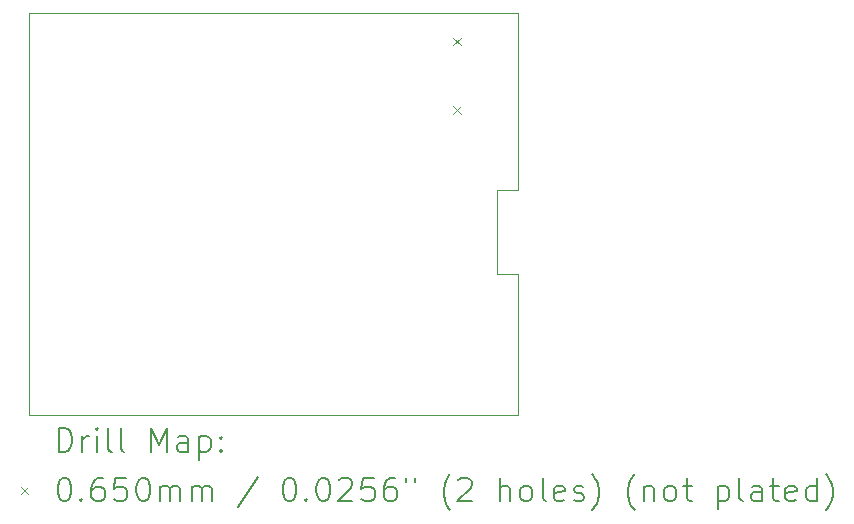
<source format=gbr>
%FSLAX45Y45*%
G04 Gerber Fmt 4.5, Leading zero omitted, Abs format (unit mm)*
G04 Created by KiCad (PCBNEW (6.0.2)) date 2022-03-07 06:31:46*
%MOMM*%
%LPD*%
G01*
G04 APERTURE LIST*
%TA.AperFunction,Profile*%
%ADD10C,0.050000*%
%TD*%
%ADD11C,0.200000*%
%ADD12C,0.065000*%
G04 APERTURE END LIST*
D10*
X9702800Y-4490500D02*
X9525000Y-4490500D01*
X9525000Y-4490500D02*
X9525000Y-5201700D01*
X9525000Y-5201700D02*
X9702800Y-5201700D01*
X9702800Y-5201700D02*
X9702800Y-6395500D01*
X9702800Y-6395500D02*
X5562600Y-6395500D01*
X5562600Y-6395500D02*
X5562600Y-2991900D01*
X5562600Y-2991900D02*
X6731000Y-2991900D01*
X6731000Y-2991900D02*
X8077200Y-2991900D01*
X8077200Y-2991900D02*
X9702800Y-2991900D01*
X9702800Y-2991900D02*
X9702800Y-4490500D01*
D11*
D12*
X9155800Y-3203799D02*
X9220800Y-3268799D01*
X9220800Y-3203799D02*
X9155800Y-3268799D01*
X9155800Y-3781799D02*
X9220800Y-3846799D01*
X9220800Y-3781799D02*
X9155800Y-3846799D01*
D11*
X5817719Y-6708476D02*
X5817719Y-6508476D01*
X5865338Y-6508476D01*
X5893909Y-6518000D01*
X5912957Y-6537048D01*
X5922481Y-6556095D01*
X5932005Y-6594190D01*
X5932005Y-6622762D01*
X5922481Y-6660857D01*
X5912957Y-6679905D01*
X5893909Y-6698952D01*
X5865338Y-6708476D01*
X5817719Y-6708476D01*
X6017719Y-6708476D02*
X6017719Y-6575143D01*
X6017719Y-6613238D02*
X6027243Y-6594190D01*
X6036767Y-6584667D01*
X6055814Y-6575143D01*
X6074862Y-6575143D01*
X6141528Y-6708476D02*
X6141528Y-6575143D01*
X6141528Y-6508476D02*
X6132005Y-6518000D01*
X6141528Y-6527524D01*
X6151052Y-6518000D01*
X6141528Y-6508476D01*
X6141528Y-6527524D01*
X6265338Y-6708476D02*
X6246290Y-6698952D01*
X6236767Y-6679905D01*
X6236767Y-6508476D01*
X6370100Y-6708476D02*
X6351052Y-6698952D01*
X6341528Y-6679905D01*
X6341528Y-6508476D01*
X6598671Y-6708476D02*
X6598671Y-6508476D01*
X6665338Y-6651333D01*
X6732005Y-6508476D01*
X6732005Y-6708476D01*
X6912957Y-6708476D02*
X6912957Y-6603714D01*
X6903433Y-6584667D01*
X6884386Y-6575143D01*
X6846290Y-6575143D01*
X6827243Y-6584667D01*
X6912957Y-6698952D02*
X6893909Y-6708476D01*
X6846290Y-6708476D01*
X6827243Y-6698952D01*
X6817719Y-6679905D01*
X6817719Y-6660857D01*
X6827243Y-6641809D01*
X6846290Y-6632286D01*
X6893909Y-6632286D01*
X6912957Y-6622762D01*
X7008195Y-6575143D02*
X7008195Y-6775143D01*
X7008195Y-6584667D02*
X7027243Y-6575143D01*
X7065338Y-6575143D01*
X7084386Y-6584667D01*
X7093909Y-6594190D01*
X7103433Y-6613238D01*
X7103433Y-6670381D01*
X7093909Y-6689428D01*
X7084386Y-6698952D01*
X7065338Y-6708476D01*
X7027243Y-6708476D01*
X7008195Y-6698952D01*
X7189148Y-6689428D02*
X7198671Y-6698952D01*
X7189148Y-6708476D01*
X7179624Y-6698952D01*
X7189148Y-6689428D01*
X7189148Y-6708476D01*
X7189148Y-6584667D02*
X7198671Y-6594190D01*
X7189148Y-6603714D01*
X7179624Y-6594190D01*
X7189148Y-6584667D01*
X7189148Y-6603714D01*
D12*
X5495100Y-7005500D02*
X5560100Y-7070500D01*
X5560100Y-7005500D02*
X5495100Y-7070500D01*
D11*
X5855814Y-6928476D02*
X5874862Y-6928476D01*
X5893909Y-6938000D01*
X5903433Y-6947524D01*
X5912957Y-6966571D01*
X5922481Y-7004667D01*
X5922481Y-7052286D01*
X5912957Y-7090381D01*
X5903433Y-7109428D01*
X5893909Y-7118952D01*
X5874862Y-7128476D01*
X5855814Y-7128476D01*
X5836767Y-7118952D01*
X5827243Y-7109428D01*
X5817719Y-7090381D01*
X5808195Y-7052286D01*
X5808195Y-7004667D01*
X5817719Y-6966571D01*
X5827243Y-6947524D01*
X5836767Y-6938000D01*
X5855814Y-6928476D01*
X6008195Y-7109428D02*
X6017719Y-7118952D01*
X6008195Y-7128476D01*
X5998671Y-7118952D01*
X6008195Y-7109428D01*
X6008195Y-7128476D01*
X6189148Y-6928476D02*
X6151052Y-6928476D01*
X6132005Y-6938000D01*
X6122481Y-6947524D01*
X6103433Y-6976095D01*
X6093909Y-7014190D01*
X6093909Y-7090381D01*
X6103433Y-7109428D01*
X6112957Y-7118952D01*
X6132005Y-7128476D01*
X6170100Y-7128476D01*
X6189148Y-7118952D01*
X6198671Y-7109428D01*
X6208195Y-7090381D01*
X6208195Y-7042762D01*
X6198671Y-7023714D01*
X6189148Y-7014190D01*
X6170100Y-7004667D01*
X6132005Y-7004667D01*
X6112957Y-7014190D01*
X6103433Y-7023714D01*
X6093909Y-7042762D01*
X6389148Y-6928476D02*
X6293909Y-6928476D01*
X6284386Y-7023714D01*
X6293909Y-7014190D01*
X6312957Y-7004667D01*
X6360576Y-7004667D01*
X6379624Y-7014190D01*
X6389148Y-7023714D01*
X6398671Y-7042762D01*
X6398671Y-7090381D01*
X6389148Y-7109428D01*
X6379624Y-7118952D01*
X6360576Y-7128476D01*
X6312957Y-7128476D01*
X6293909Y-7118952D01*
X6284386Y-7109428D01*
X6522481Y-6928476D02*
X6541528Y-6928476D01*
X6560576Y-6938000D01*
X6570100Y-6947524D01*
X6579624Y-6966571D01*
X6589148Y-7004667D01*
X6589148Y-7052286D01*
X6579624Y-7090381D01*
X6570100Y-7109428D01*
X6560576Y-7118952D01*
X6541528Y-7128476D01*
X6522481Y-7128476D01*
X6503433Y-7118952D01*
X6493909Y-7109428D01*
X6484386Y-7090381D01*
X6474862Y-7052286D01*
X6474862Y-7004667D01*
X6484386Y-6966571D01*
X6493909Y-6947524D01*
X6503433Y-6938000D01*
X6522481Y-6928476D01*
X6674862Y-7128476D02*
X6674862Y-6995143D01*
X6674862Y-7014190D02*
X6684386Y-7004667D01*
X6703433Y-6995143D01*
X6732005Y-6995143D01*
X6751052Y-7004667D01*
X6760576Y-7023714D01*
X6760576Y-7128476D01*
X6760576Y-7023714D02*
X6770100Y-7004667D01*
X6789148Y-6995143D01*
X6817719Y-6995143D01*
X6836767Y-7004667D01*
X6846290Y-7023714D01*
X6846290Y-7128476D01*
X6941528Y-7128476D02*
X6941528Y-6995143D01*
X6941528Y-7014190D02*
X6951052Y-7004667D01*
X6970100Y-6995143D01*
X6998671Y-6995143D01*
X7017719Y-7004667D01*
X7027243Y-7023714D01*
X7027243Y-7128476D01*
X7027243Y-7023714D02*
X7036767Y-7004667D01*
X7055814Y-6995143D01*
X7084386Y-6995143D01*
X7103433Y-7004667D01*
X7112957Y-7023714D01*
X7112957Y-7128476D01*
X7503433Y-6918952D02*
X7332005Y-7176095D01*
X7760576Y-6928476D02*
X7779624Y-6928476D01*
X7798671Y-6938000D01*
X7808195Y-6947524D01*
X7817719Y-6966571D01*
X7827243Y-7004667D01*
X7827243Y-7052286D01*
X7817719Y-7090381D01*
X7808195Y-7109428D01*
X7798671Y-7118952D01*
X7779624Y-7128476D01*
X7760576Y-7128476D01*
X7741528Y-7118952D01*
X7732005Y-7109428D01*
X7722481Y-7090381D01*
X7712957Y-7052286D01*
X7712957Y-7004667D01*
X7722481Y-6966571D01*
X7732005Y-6947524D01*
X7741528Y-6938000D01*
X7760576Y-6928476D01*
X7912957Y-7109428D02*
X7922481Y-7118952D01*
X7912957Y-7128476D01*
X7903433Y-7118952D01*
X7912957Y-7109428D01*
X7912957Y-7128476D01*
X8046290Y-6928476D02*
X8065338Y-6928476D01*
X8084386Y-6938000D01*
X8093909Y-6947524D01*
X8103433Y-6966571D01*
X8112957Y-7004667D01*
X8112957Y-7052286D01*
X8103433Y-7090381D01*
X8093909Y-7109428D01*
X8084386Y-7118952D01*
X8065338Y-7128476D01*
X8046290Y-7128476D01*
X8027243Y-7118952D01*
X8017719Y-7109428D01*
X8008195Y-7090381D01*
X7998671Y-7052286D01*
X7998671Y-7004667D01*
X8008195Y-6966571D01*
X8017719Y-6947524D01*
X8027243Y-6938000D01*
X8046290Y-6928476D01*
X8189148Y-6947524D02*
X8198671Y-6938000D01*
X8217719Y-6928476D01*
X8265338Y-6928476D01*
X8284386Y-6938000D01*
X8293909Y-6947524D01*
X8303433Y-6966571D01*
X8303433Y-6985619D01*
X8293909Y-7014190D01*
X8179624Y-7128476D01*
X8303433Y-7128476D01*
X8484386Y-6928476D02*
X8389148Y-6928476D01*
X8379624Y-7023714D01*
X8389148Y-7014190D01*
X8408195Y-7004667D01*
X8455814Y-7004667D01*
X8474862Y-7014190D01*
X8484386Y-7023714D01*
X8493910Y-7042762D01*
X8493910Y-7090381D01*
X8484386Y-7109428D01*
X8474862Y-7118952D01*
X8455814Y-7128476D01*
X8408195Y-7128476D01*
X8389148Y-7118952D01*
X8379624Y-7109428D01*
X8665338Y-6928476D02*
X8627243Y-6928476D01*
X8608195Y-6938000D01*
X8598671Y-6947524D01*
X8579624Y-6976095D01*
X8570100Y-7014190D01*
X8570100Y-7090381D01*
X8579624Y-7109428D01*
X8589148Y-7118952D01*
X8608195Y-7128476D01*
X8646290Y-7128476D01*
X8665338Y-7118952D01*
X8674862Y-7109428D01*
X8684386Y-7090381D01*
X8684386Y-7042762D01*
X8674862Y-7023714D01*
X8665338Y-7014190D01*
X8646290Y-7004667D01*
X8608195Y-7004667D01*
X8589148Y-7014190D01*
X8579624Y-7023714D01*
X8570100Y-7042762D01*
X8760576Y-6928476D02*
X8760576Y-6966571D01*
X8836767Y-6928476D02*
X8836767Y-6966571D01*
X9132005Y-7204667D02*
X9122481Y-7195143D01*
X9103433Y-7166571D01*
X9093910Y-7147524D01*
X9084386Y-7118952D01*
X9074862Y-7071333D01*
X9074862Y-7033238D01*
X9084386Y-6985619D01*
X9093910Y-6957048D01*
X9103433Y-6938000D01*
X9122481Y-6909428D01*
X9132005Y-6899905D01*
X9198671Y-6947524D02*
X9208195Y-6938000D01*
X9227243Y-6928476D01*
X9274862Y-6928476D01*
X9293910Y-6938000D01*
X9303433Y-6947524D01*
X9312957Y-6966571D01*
X9312957Y-6985619D01*
X9303433Y-7014190D01*
X9189148Y-7128476D01*
X9312957Y-7128476D01*
X9551052Y-7128476D02*
X9551052Y-6928476D01*
X9636767Y-7128476D02*
X9636767Y-7023714D01*
X9627243Y-7004667D01*
X9608195Y-6995143D01*
X9579624Y-6995143D01*
X9560576Y-7004667D01*
X9551052Y-7014190D01*
X9760576Y-7128476D02*
X9741529Y-7118952D01*
X9732005Y-7109428D01*
X9722481Y-7090381D01*
X9722481Y-7033238D01*
X9732005Y-7014190D01*
X9741529Y-7004667D01*
X9760576Y-6995143D01*
X9789148Y-6995143D01*
X9808195Y-7004667D01*
X9817719Y-7014190D01*
X9827243Y-7033238D01*
X9827243Y-7090381D01*
X9817719Y-7109428D01*
X9808195Y-7118952D01*
X9789148Y-7128476D01*
X9760576Y-7128476D01*
X9941529Y-7128476D02*
X9922481Y-7118952D01*
X9912957Y-7099905D01*
X9912957Y-6928476D01*
X10093910Y-7118952D02*
X10074862Y-7128476D01*
X10036767Y-7128476D01*
X10017719Y-7118952D01*
X10008195Y-7099905D01*
X10008195Y-7023714D01*
X10017719Y-7004667D01*
X10036767Y-6995143D01*
X10074862Y-6995143D01*
X10093910Y-7004667D01*
X10103433Y-7023714D01*
X10103433Y-7042762D01*
X10008195Y-7061809D01*
X10179624Y-7118952D02*
X10198671Y-7128476D01*
X10236767Y-7128476D01*
X10255814Y-7118952D01*
X10265338Y-7099905D01*
X10265338Y-7090381D01*
X10255814Y-7071333D01*
X10236767Y-7061809D01*
X10208195Y-7061809D01*
X10189148Y-7052286D01*
X10179624Y-7033238D01*
X10179624Y-7023714D01*
X10189148Y-7004667D01*
X10208195Y-6995143D01*
X10236767Y-6995143D01*
X10255814Y-7004667D01*
X10332005Y-7204667D02*
X10341529Y-7195143D01*
X10360576Y-7166571D01*
X10370100Y-7147524D01*
X10379624Y-7118952D01*
X10389148Y-7071333D01*
X10389148Y-7033238D01*
X10379624Y-6985619D01*
X10370100Y-6957048D01*
X10360576Y-6938000D01*
X10341529Y-6909428D01*
X10332005Y-6899905D01*
X10693910Y-7204667D02*
X10684386Y-7195143D01*
X10665338Y-7166571D01*
X10655814Y-7147524D01*
X10646290Y-7118952D01*
X10636767Y-7071333D01*
X10636767Y-7033238D01*
X10646290Y-6985619D01*
X10655814Y-6957048D01*
X10665338Y-6938000D01*
X10684386Y-6909428D01*
X10693910Y-6899905D01*
X10770100Y-6995143D02*
X10770100Y-7128476D01*
X10770100Y-7014190D02*
X10779624Y-7004667D01*
X10798671Y-6995143D01*
X10827243Y-6995143D01*
X10846290Y-7004667D01*
X10855814Y-7023714D01*
X10855814Y-7128476D01*
X10979624Y-7128476D02*
X10960576Y-7118952D01*
X10951052Y-7109428D01*
X10941529Y-7090381D01*
X10941529Y-7033238D01*
X10951052Y-7014190D01*
X10960576Y-7004667D01*
X10979624Y-6995143D01*
X11008195Y-6995143D01*
X11027243Y-7004667D01*
X11036767Y-7014190D01*
X11046290Y-7033238D01*
X11046290Y-7090381D01*
X11036767Y-7109428D01*
X11027243Y-7118952D01*
X11008195Y-7128476D01*
X10979624Y-7128476D01*
X11103433Y-6995143D02*
X11179624Y-6995143D01*
X11132005Y-6928476D02*
X11132005Y-7099905D01*
X11141529Y-7118952D01*
X11160576Y-7128476D01*
X11179624Y-7128476D01*
X11398671Y-6995143D02*
X11398671Y-7195143D01*
X11398671Y-7004667D02*
X11417719Y-6995143D01*
X11455814Y-6995143D01*
X11474862Y-7004667D01*
X11484386Y-7014190D01*
X11493909Y-7033238D01*
X11493909Y-7090381D01*
X11484386Y-7109428D01*
X11474862Y-7118952D01*
X11455814Y-7128476D01*
X11417719Y-7128476D01*
X11398671Y-7118952D01*
X11608195Y-7128476D02*
X11589148Y-7118952D01*
X11579624Y-7099905D01*
X11579624Y-6928476D01*
X11770100Y-7128476D02*
X11770100Y-7023714D01*
X11760576Y-7004667D01*
X11741528Y-6995143D01*
X11703433Y-6995143D01*
X11684386Y-7004667D01*
X11770100Y-7118952D02*
X11751052Y-7128476D01*
X11703433Y-7128476D01*
X11684386Y-7118952D01*
X11674862Y-7099905D01*
X11674862Y-7080857D01*
X11684386Y-7061809D01*
X11703433Y-7052286D01*
X11751052Y-7052286D01*
X11770100Y-7042762D01*
X11836767Y-6995143D02*
X11912957Y-6995143D01*
X11865338Y-6928476D02*
X11865338Y-7099905D01*
X11874862Y-7118952D01*
X11893909Y-7128476D01*
X11912957Y-7128476D01*
X12055814Y-7118952D02*
X12036767Y-7128476D01*
X11998671Y-7128476D01*
X11979624Y-7118952D01*
X11970100Y-7099905D01*
X11970100Y-7023714D01*
X11979624Y-7004667D01*
X11998671Y-6995143D01*
X12036767Y-6995143D01*
X12055814Y-7004667D01*
X12065338Y-7023714D01*
X12065338Y-7042762D01*
X11970100Y-7061809D01*
X12236767Y-7128476D02*
X12236767Y-6928476D01*
X12236767Y-7118952D02*
X12217719Y-7128476D01*
X12179624Y-7128476D01*
X12160576Y-7118952D01*
X12151052Y-7109428D01*
X12141528Y-7090381D01*
X12141528Y-7033238D01*
X12151052Y-7014190D01*
X12160576Y-7004667D01*
X12179624Y-6995143D01*
X12217719Y-6995143D01*
X12236767Y-7004667D01*
X12312957Y-7204667D02*
X12322481Y-7195143D01*
X12341528Y-7166571D01*
X12351052Y-7147524D01*
X12360576Y-7118952D01*
X12370100Y-7071333D01*
X12370100Y-7033238D01*
X12360576Y-6985619D01*
X12351052Y-6957048D01*
X12341528Y-6938000D01*
X12322481Y-6909428D01*
X12312957Y-6899905D01*
M02*

</source>
